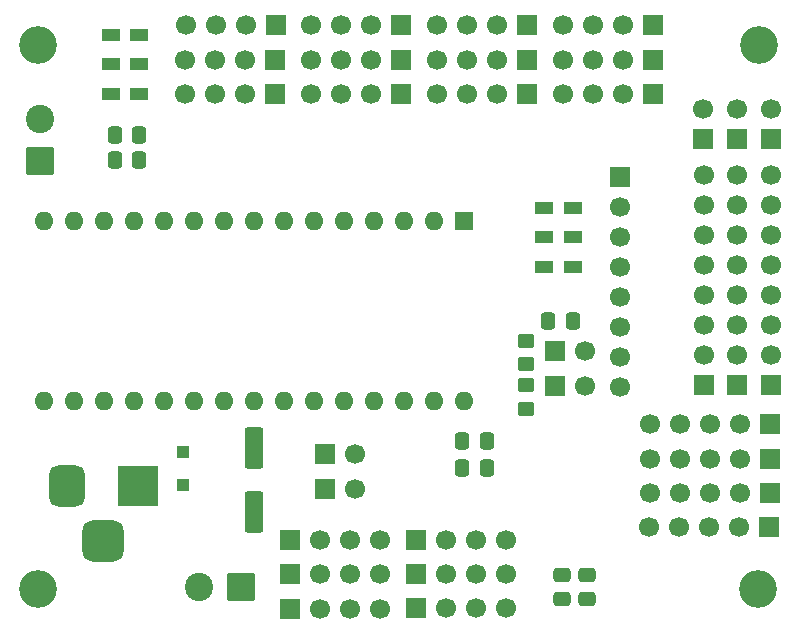
<source format=gbr>
%TF.GenerationSoftware,KiCad,Pcbnew,9.0.1*%
%TF.CreationDate,2025-05-07T00:20:05-04:00*%
%TF.ProjectId,nano_shield,6e616e6f-2d73-4686-9965-6c642e6b6963,rev?*%
%TF.SameCoordinates,Original*%
%TF.FileFunction,Soldermask,Top*%
%TF.FilePolarity,Negative*%
%FSLAX46Y46*%
G04 Gerber Fmt 4.6, Leading zero omitted, Abs format (unit mm)*
G04 Created by KiCad (PCBNEW 9.0.1) date 2025-05-07 00:20:05*
%MOMM*%
%LPD*%
G01*
G04 APERTURE LIST*
G04 Aperture macros list*
%AMRoundRect*
0 Rectangle with rounded corners*
0 $1 Rounding radius*
0 $2 $3 $4 $5 $6 $7 $8 $9 X,Y pos of 4 corners*
0 Add a 4 corners polygon primitive as box body*
4,1,4,$2,$3,$4,$5,$6,$7,$8,$9,$2,$3,0*
0 Add four circle primitives for the rounded corners*
1,1,$1+$1,$2,$3*
1,1,$1+$1,$4,$5*
1,1,$1+$1,$6,$7*
1,1,$1+$1,$8,$9*
0 Add four rect primitives between the rounded corners*
20,1,$1+$1,$2,$3,$4,$5,0*
20,1,$1+$1,$4,$5,$6,$7,0*
20,1,$1+$1,$6,$7,$8,$9,0*
20,1,$1+$1,$8,$9,$2,$3,0*%
G04 Aperture macros list end*
%ADD10R,1.700000X1.700000*%
%ADD11C,1.700000*%
%ADD12RoundRect,0.250000X-0.337500X-0.475000X0.337500X-0.475000X0.337500X0.475000X-0.337500X0.475000X0*%
%ADD13RoundRect,0.250000X-0.450000X0.350000X-0.450000X-0.350000X0.450000X-0.350000X0.450000X0.350000X0*%
%ADD14R,1.600000X1.600000*%
%ADD15O,1.600000X1.600000*%
%ADD16C,3.200000*%
%ADD17RoundRect,0.250000X-0.475000X0.337500X-0.475000X-0.337500X0.475000X-0.337500X0.475000X0.337500X0*%
%ADD18R,1.600000X1.000000*%
%ADD19RoundRect,0.250001X0.949999X0.949999X-0.949999X0.949999X-0.949999X-0.949999X0.949999X-0.949999X0*%
%ADD20C,2.400000*%
%ADD21RoundRect,0.250000X0.450000X-0.350000X0.450000X0.350000X-0.450000X0.350000X-0.450000X-0.350000X0*%
%ADD22RoundRect,0.250000X-0.550000X1.500000X-0.550000X-1.500000X0.550000X-1.500000X0.550000X1.500000X0*%
%ADD23R,3.500000X3.500000*%
%ADD24RoundRect,0.750000X-0.750000X-1.000000X0.750000X-1.000000X0.750000X1.000000X-0.750000X1.000000X0*%
%ADD25RoundRect,0.875000X-0.875000X-0.875000X0.875000X-0.875000X0.875000X0.875000X-0.875000X0.875000X0*%
%ADD26RoundRect,0.250000X-0.300000X0.300000X-0.300000X-0.300000X0.300000X-0.300000X0.300000X0.300000X0*%
%ADD27RoundRect,0.250001X0.949999X-0.949999X0.949999X0.949999X-0.949999X0.949999X-0.949999X-0.949999X0*%
G04 APERTURE END LIST*
D10*
%TO.C,J15*%
X144905000Y-59605000D03*
D11*
X142365000Y-59605000D03*
X139825000Y-59605000D03*
X137285000Y-59605000D03*
%TD*%
D12*
%TO.C,C4*%
X139425000Y-89000000D03*
X141500000Y-89000000D03*
%TD*%
D10*
%TO.C,J4*%
X123620000Y-53795000D03*
D11*
X121080000Y-53795000D03*
X118540000Y-53795000D03*
X116000000Y-53795000D03*
%TD*%
D10*
%TO.C,J24*%
X165450000Y-87590000D03*
D11*
X162910000Y-87590000D03*
X160370000Y-87590000D03*
X157830000Y-87590000D03*
X155290000Y-87590000D03*
%TD*%
D10*
%TO.C,J27*%
X124820000Y-97390000D03*
D11*
X127360000Y-97390000D03*
X129900000Y-97390000D03*
X132440000Y-97390000D03*
%TD*%
D13*
%TO.C,R1*%
X144800000Y-80500000D03*
X144800000Y-82500000D03*
%TD*%
D10*
%TO.C,J21*%
X165450000Y-90500000D03*
D11*
X162910000Y-90500000D03*
X160370000Y-90500000D03*
X157830000Y-90500000D03*
X155290000Y-90500000D03*
%TD*%
D14*
%TO.C,A1*%
X139550000Y-70390000D03*
D15*
X137010000Y-70390000D03*
X134470000Y-70390000D03*
X131930000Y-70390000D03*
X129390000Y-70390000D03*
X126850000Y-70390000D03*
X124310000Y-70390000D03*
X121770000Y-70390000D03*
X119230000Y-70390000D03*
X116690000Y-70390000D03*
X114150000Y-70390000D03*
X111610000Y-70390000D03*
X109070000Y-70390000D03*
X106530000Y-70390000D03*
X103990000Y-70390000D03*
X103990000Y-85630000D03*
X106530000Y-85630000D03*
X109070000Y-85630000D03*
X111610000Y-85630000D03*
X114150000Y-85630000D03*
X116690000Y-85630000D03*
X119230000Y-85630000D03*
X121770000Y-85630000D03*
X124310000Y-85630000D03*
X126850000Y-85630000D03*
X129390000Y-85630000D03*
X131930000Y-85630000D03*
X134470000Y-85630000D03*
X137010000Y-85630000D03*
X139550000Y-85630000D03*
%TD*%
D10*
%TO.C,J6*%
X165600000Y-63460000D03*
D11*
X165600000Y-60920000D03*
%TD*%
D12*
%TO.C,C2*%
X109982500Y-65200000D03*
X112057500Y-65200000D03*
%TD*%
D16*
%TO.C,REF\u002A\u002A*%
X103500000Y-101500000D03*
%TD*%
D10*
%TO.C,J35*%
X124800000Y-103210000D03*
D11*
X127340000Y-103210000D03*
X129880000Y-103210000D03*
X132420000Y-103210000D03*
%TD*%
D17*
%TO.C,C8*%
X149950000Y-100340000D03*
X149950000Y-102415000D03*
%TD*%
D10*
%TO.C,J36*%
X135500000Y-103160000D03*
D11*
X138040000Y-103160000D03*
X140580000Y-103160000D03*
X143120000Y-103160000D03*
%TD*%
D18*
%TO.C,SW1*%
X109650000Y-59600000D03*
X109650000Y-57100000D03*
X109650000Y-54600000D03*
X112050000Y-59600000D03*
X112050000Y-57100000D03*
X112050000Y-54600000D03*
%TD*%
D10*
%TO.C,J32*%
X135500000Y-100250000D03*
D11*
X138040000Y-100250000D03*
X140580000Y-100250000D03*
X143120000Y-100250000D03*
%TD*%
D17*
%TO.C,C7*%
X147840000Y-100340000D03*
X147840000Y-102415000D03*
%TD*%
D10*
%TO.C,J18*%
X162710000Y-84220000D03*
D11*
X162710000Y-81680000D03*
X162710000Y-79140000D03*
X162710000Y-76600000D03*
X162710000Y-74060000D03*
X162710000Y-71520000D03*
X162710000Y-68980000D03*
X162710000Y-66440000D03*
%TD*%
D19*
%TO.C,J33*%
X120650000Y-101332500D03*
D20*
X117150000Y-101332500D03*
%TD*%
D10*
%TO.C,J3*%
X134255000Y-53805000D03*
D11*
X131715000Y-53805000D03*
X129175000Y-53805000D03*
X126635000Y-53805000D03*
%TD*%
D10*
%TO.C,J2*%
X144905000Y-53805000D03*
D11*
X142365000Y-53805000D03*
X139825000Y-53805000D03*
X137285000Y-53805000D03*
%TD*%
D10*
%TO.C,J22*%
X147300000Y-84370000D03*
D11*
X149840000Y-84370000D03*
%TD*%
D16*
%TO.C,REF\u002A\u002A*%
X164500000Y-101500000D03*
%TD*%
D10*
%TO.C,J12*%
X165540000Y-84220000D03*
D11*
X165540000Y-81680000D03*
X165540000Y-79140000D03*
X165540000Y-76600000D03*
X165540000Y-74060000D03*
X165540000Y-71520000D03*
X165540000Y-68980000D03*
X165540000Y-66440000D03*
%TD*%
D10*
%TO.C,J34*%
X165440000Y-93410000D03*
D11*
X162900000Y-93410000D03*
X160360000Y-93410000D03*
X157820000Y-93410000D03*
X155280000Y-93410000D03*
%TD*%
D10*
%TO.C,J10*%
X134250000Y-56705000D03*
D11*
X131710000Y-56705000D03*
X129170000Y-56705000D03*
X126630000Y-56705000D03*
%TD*%
D12*
%TO.C,C1*%
X109982500Y-63080000D03*
X112057500Y-63080000D03*
%TD*%
%TO.C,C5*%
X139425000Y-91250000D03*
X141500000Y-91250000D03*
%TD*%
D21*
%TO.C,R2*%
X144800000Y-86290000D03*
X144800000Y-84290000D03*
%TD*%
D22*
%TO.C,C3*%
X121790000Y-89620000D03*
X121790000Y-95020000D03*
%TD*%
D10*
%TO.C,J20*%
X159880000Y-84220000D03*
D11*
X159880000Y-81680000D03*
X159880000Y-79140000D03*
X159880000Y-76600000D03*
X159880000Y-74060000D03*
X159880000Y-71520000D03*
X159880000Y-68980000D03*
X159880000Y-66440000D03*
%TD*%
D10*
%TO.C,J25*%
X127800000Y-90100000D03*
D11*
X130340000Y-90100000D03*
%TD*%
D10*
%TO.C,J14*%
X155555000Y-59605000D03*
D11*
X153015000Y-59605000D03*
X150475000Y-59605000D03*
X147935000Y-59605000D03*
%TD*%
D23*
%TO.C,J7*%
X112000000Y-92800000D03*
D24*
X106000000Y-92800000D03*
D25*
X109000000Y-97500000D03*
%TD*%
D18*
%TO.C,SW2*%
X146360000Y-74230000D03*
X146360000Y-71730000D03*
X146360000Y-69230000D03*
X148760000Y-74230000D03*
X148760000Y-71730000D03*
X148760000Y-69230000D03*
%TD*%
D10*
%TO.C,J31*%
X124810000Y-100300000D03*
D11*
X127350000Y-100300000D03*
X129890000Y-100300000D03*
X132430000Y-100300000D03*
%TD*%
D10*
%TO.C,J19*%
X159810000Y-63450000D03*
D11*
X159810000Y-60910000D03*
%TD*%
D16*
%TO.C,REF\u002A\u002A*%
X164510000Y-55490000D03*
%TD*%
D12*
%TO.C,C6*%
X146712500Y-78850000D03*
X148787500Y-78850000D03*
%TD*%
D10*
%TO.C,J28*%
X135510000Y-97340000D03*
D11*
X138050000Y-97340000D03*
X140590000Y-97340000D03*
X143130000Y-97340000D03*
%TD*%
D16*
%TO.C,REF\u002A\u002A*%
X103500000Y-55500000D03*
%TD*%
D10*
%TO.C,J1*%
X155565000Y-53805000D03*
D11*
X153025000Y-53805000D03*
X150485000Y-53805000D03*
X147945000Y-53805000D03*
%TD*%
D10*
%TO.C,J26*%
X127780000Y-93100000D03*
D11*
X130320000Y-93100000D03*
%TD*%
D10*
%TO.C,J23*%
X147310000Y-81410000D03*
D11*
X149850000Y-81410000D03*
%TD*%
D10*
%TO.C,J17*%
X123610000Y-59615000D03*
D11*
X121070000Y-59615000D03*
X118530000Y-59615000D03*
X115990000Y-59615000D03*
%TD*%
D10*
%TO.C,J16*%
X134250000Y-59610000D03*
D11*
X131710000Y-59610000D03*
X129170000Y-59610000D03*
X126630000Y-59610000D03*
%TD*%
D10*
%TO.C,J11*%
X123610000Y-56705000D03*
D11*
X121070000Y-56705000D03*
X118530000Y-56705000D03*
X115990000Y-56705000D03*
%TD*%
D10*
%TO.C,J30*%
X165430000Y-96320000D03*
D11*
X162890000Y-96320000D03*
X160350000Y-96320000D03*
X157810000Y-96320000D03*
X155270000Y-96320000D03*
%TD*%
D10*
%TO.C,J29*%
X152780000Y-66640000D03*
D11*
X152780000Y-69180000D03*
X152780000Y-71720000D03*
X152780000Y-74260000D03*
X152780000Y-76800000D03*
X152780000Y-79340000D03*
X152780000Y-81880000D03*
X152780000Y-84420000D03*
%TD*%
D26*
%TO.C,D1*%
X115750000Y-89950000D03*
X115750000Y-92750000D03*
%TD*%
D10*
%TO.C,J8*%
X155565000Y-56705000D03*
D11*
X153025000Y-56705000D03*
X150485000Y-56705000D03*
X147945000Y-56705000D03*
%TD*%
D10*
%TO.C,J13*%
X162710000Y-63460000D03*
D11*
X162710000Y-60920000D03*
%TD*%
D27*
%TO.C,J5*%
X103700000Y-65250000D03*
D20*
X103700000Y-61750000D03*
%TD*%
D10*
%TO.C,J9*%
X144915000Y-56705000D03*
D11*
X142375000Y-56705000D03*
X139835000Y-56705000D03*
X137295000Y-56705000D03*
%TD*%
M02*

</source>
